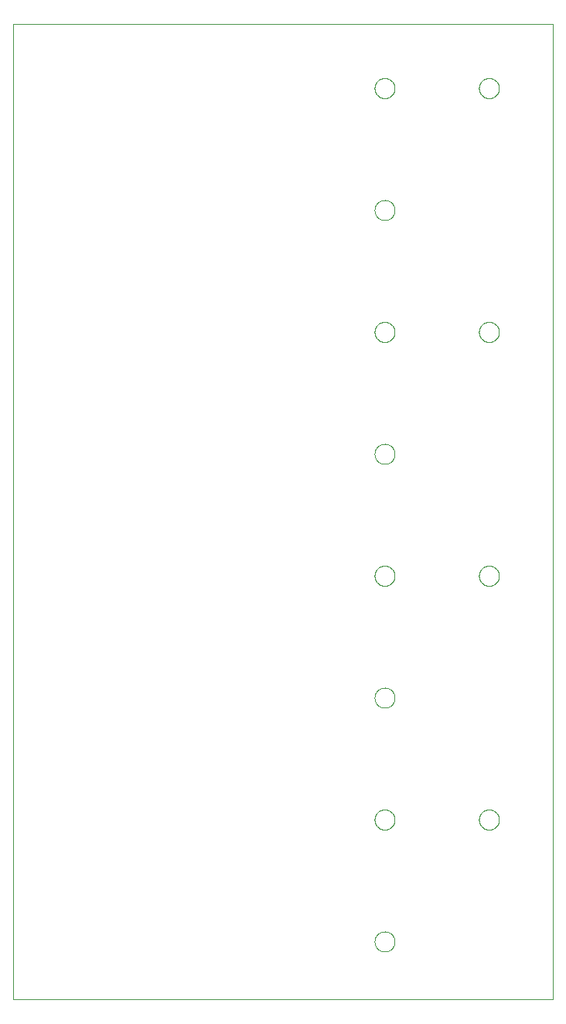
<source format=gbp>
G75*
%MOIN*%
%OFA0B0*%
%FSLAX25Y25*%
%IPPOS*%
%LPD*%
%AMOC8*
5,1,8,0,0,1.08239X$1,22.5*
%
%ADD10C,0.00000*%
D10*
X0001800Y0001800D02*
X0001800Y0421800D01*
X0234300Y0421800D01*
X0234300Y0001800D01*
X0001800Y0001800D01*
X0157469Y0026800D02*
X0157471Y0026931D01*
X0157477Y0027063D01*
X0157487Y0027194D01*
X0157501Y0027325D01*
X0157519Y0027455D01*
X0157541Y0027584D01*
X0157566Y0027713D01*
X0157596Y0027841D01*
X0157630Y0027968D01*
X0157667Y0028095D01*
X0157708Y0028219D01*
X0157753Y0028343D01*
X0157802Y0028465D01*
X0157854Y0028586D01*
X0157910Y0028704D01*
X0157970Y0028822D01*
X0158033Y0028937D01*
X0158100Y0029050D01*
X0158170Y0029162D01*
X0158243Y0029271D01*
X0158319Y0029377D01*
X0158399Y0029482D01*
X0158482Y0029584D01*
X0158568Y0029683D01*
X0158657Y0029780D01*
X0158749Y0029874D01*
X0158844Y0029965D01*
X0158941Y0030054D01*
X0159041Y0030139D01*
X0159144Y0030221D01*
X0159249Y0030300D01*
X0159356Y0030376D01*
X0159466Y0030448D01*
X0159578Y0030517D01*
X0159692Y0030583D01*
X0159807Y0030645D01*
X0159925Y0030704D01*
X0160044Y0030759D01*
X0160165Y0030811D01*
X0160288Y0030858D01*
X0160412Y0030902D01*
X0160537Y0030943D01*
X0160663Y0030979D01*
X0160791Y0031012D01*
X0160919Y0031040D01*
X0161048Y0031065D01*
X0161178Y0031086D01*
X0161308Y0031103D01*
X0161439Y0031116D01*
X0161570Y0031125D01*
X0161701Y0031130D01*
X0161833Y0031131D01*
X0161964Y0031128D01*
X0162096Y0031121D01*
X0162227Y0031110D01*
X0162357Y0031095D01*
X0162487Y0031076D01*
X0162617Y0031053D01*
X0162745Y0031027D01*
X0162873Y0030996D01*
X0163000Y0030961D01*
X0163126Y0030923D01*
X0163250Y0030881D01*
X0163374Y0030835D01*
X0163495Y0030785D01*
X0163615Y0030732D01*
X0163734Y0030675D01*
X0163851Y0030615D01*
X0163965Y0030551D01*
X0164078Y0030483D01*
X0164189Y0030412D01*
X0164298Y0030338D01*
X0164404Y0030261D01*
X0164508Y0030180D01*
X0164609Y0030097D01*
X0164708Y0030010D01*
X0164804Y0029920D01*
X0164897Y0029827D01*
X0164988Y0029732D01*
X0165075Y0029634D01*
X0165160Y0029533D01*
X0165241Y0029430D01*
X0165319Y0029324D01*
X0165394Y0029216D01*
X0165466Y0029106D01*
X0165534Y0028994D01*
X0165599Y0028880D01*
X0165660Y0028763D01*
X0165718Y0028645D01*
X0165772Y0028525D01*
X0165823Y0028404D01*
X0165870Y0028281D01*
X0165913Y0028157D01*
X0165952Y0028032D01*
X0165988Y0027905D01*
X0166019Y0027777D01*
X0166047Y0027649D01*
X0166071Y0027520D01*
X0166091Y0027390D01*
X0166107Y0027259D01*
X0166119Y0027128D01*
X0166127Y0026997D01*
X0166131Y0026866D01*
X0166131Y0026734D01*
X0166127Y0026603D01*
X0166119Y0026472D01*
X0166107Y0026341D01*
X0166091Y0026210D01*
X0166071Y0026080D01*
X0166047Y0025951D01*
X0166019Y0025823D01*
X0165988Y0025695D01*
X0165952Y0025568D01*
X0165913Y0025443D01*
X0165870Y0025319D01*
X0165823Y0025196D01*
X0165772Y0025075D01*
X0165718Y0024955D01*
X0165660Y0024837D01*
X0165599Y0024720D01*
X0165534Y0024606D01*
X0165466Y0024494D01*
X0165394Y0024384D01*
X0165319Y0024276D01*
X0165241Y0024170D01*
X0165160Y0024067D01*
X0165075Y0023966D01*
X0164988Y0023868D01*
X0164897Y0023773D01*
X0164804Y0023680D01*
X0164708Y0023590D01*
X0164609Y0023503D01*
X0164508Y0023420D01*
X0164404Y0023339D01*
X0164298Y0023262D01*
X0164189Y0023188D01*
X0164078Y0023117D01*
X0163966Y0023049D01*
X0163851Y0022985D01*
X0163734Y0022925D01*
X0163615Y0022868D01*
X0163495Y0022815D01*
X0163374Y0022765D01*
X0163250Y0022719D01*
X0163126Y0022677D01*
X0163000Y0022639D01*
X0162873Y0022604D01*
X0162745Y0022573D01*
X0162617Y0022547D01*
X0162487Y0022524D01*
X0162357Y0022505D01*
X0162227Y0022490D01*
X0162096Y0022479D01*
X0161964Y0022472D01*
X0161833Y0022469D01*
X0161701Y0022470D01*
X0161570Y0022475D01*
X0161439Y0022484D01*
X0161308Y0022497D01*
X0161178Y0022514D01*
X0161048Y0022535D01*
X0160919Y0022560D01*
X0160791Y0022588D01*
X0160663Y0022621D01*
X0160537Y0022657D01*
X0160412Y0022698D01*
X0160288Y0022742D01*
X0160165Y0022789D01*
X0160044Y0022841D01*
X0159925Y0022896D01*
X0159807Y0022955D01*
X0159692Y0023017D01*
X0159578Y0023083D01*
X0159466Y0023152D01*
X0159356Y0023224D01*
X0159249Y0023300D01*
X0159144Y0023379D01*
X0159041Y0023461D01*
X0158941Y0023546D01*
X0158844Y0023635D01*
X0158749Y0023726D01*
X0158657Y0023820D01*
X0158568Y0023917D01*
X0158482Y0024016D01*
X0158399Y0024118D01*
X0158319Y0024223D01*
X0158243Y0024329D01*
X0158170Y0024438D01*
X0158100Y0024550D01*
X0158033Y0024663D01*
X0157970Y0024778D01*
X0157910Y0024896D01*
X0157854Y0025014D01*
X0157802Y0025135D01*
X0157753Y0025257D01*
X0157708Y0025381D01*
X0157667Y0025505D01*
X0157630Y0025632D01*
X0157596Y0025759D01*
X0157566Y0025887D01*
X0157541Y0026016D01*
X0157519Y0026145D01*
X0157501Y0026275D01*
X0157487Y0026406D01*
X0157477Y0026537D01*
X0157471Y0026669D01*
X0157469Y0026800D01*
X0157469Y0079300D02*
X0157471Y0079431D01*
X0157477Y0079563D01*
X0157487Y0079694D01*
X0157501Y0079825D01*
X0157519Y0079955D01*
X0157541Y0080084D01*
X0157566Y0080213D01*
X0157596Y0080341D01*
X0157630Y0080468D01*
X0157667Y0080595D01*
X0157708Y0080719D01*
X0157753Y0080843D01*
X0157802Y0080965D01*
X0157854Y0081086D01*
X0157910Y0081204D01*
X0157970Y0081322D01*
X0158033Y0081437D01*
X0158100Y0081550D01*
X0158170Y0081662D01*
X0158243Y0081771D01*
X0158319Y0081877D01*
X0158399Y0081982D01*
X0158482Y0082084D01*
X0158568Y0082183D01*
X0158657Y0082280D01*
X0158749Y0082374D01*
X0158844Y0082465D01*
X0158941Y0082554D01*
X0159041Y0082639D01*
X0159144Y0082721D01*
X0159249Y0082800D01*
X0159356Y0082876D01*
X0159466Y0082948D01*
X0159578Y0083017D01*
X0159692Y0083083D01*
X0159807Y0083145D01*
X0159925Y0083204D01*
X0160044Y0083259D01*
X0160165Y0083311D01*
X0160288Y0083358D01*
X0160412Y0083402D01*
X0160537Y0083443D01*
X0160663Y0083479D01*
X0160791Y0083512D01*
X0160919Y0083540D01*
X0161048Y0083565D01*
X0161178Y0083586D01*
X0161308Y0083603D01*
X0161439Y0083616D01*
X0161570Y0083625D01*
X0161701Y0083630D01*
X0161833Y0083631D01*
X0161964Y0083628D01*
X0162096Y0083621D01*
X0162227Y0083610D01*
X0162357Y0083595D01*
X0162487Y0083576D01*
X0162617Y0083553D01*
X0162745Y0083527D01*
X0162873Y0083496D01*
X0163000Y0083461D01*
X0163126Y0083423D01*
X0163250Y0083381D01*
X0163374Y0083335D01*
X0163495Y0083285D01*
X0163615Y0083232D01*
X0163734Y0083175D01*
X0163851Y0083115D01*
X0163965Y0083051D01*
X0164078Y0082983D01*
X0164189Y0082912D01*
X0164298Y0082838D01*
X0164404Y0082761D01*
X0164508Y0082680D01*
X0164609Y0082597D01*
X0164708Y0082510D01*
X0164804Y0082420D01*
X0164897Y0082327D01*
X0164988Y0082232D01*
X0165075Y0082134D01*
X0165160Y0082033D01*
X0165241Y0081930D01*
X0165319Y0081824D01*
X0165394Y0081716D01*
X0165466Y0081606D01*
X0165534Y0081494D01*
X0165599Y0081380D01*
X0165660Y0081263D01*
X0165718Y0081145D01*
X0165772Y0081025D01*
X0165823Y0080904D01*
X0165870Y0080781D01*
X0165913Y0080657D01*
X0165952Y0080532D01*
X0165988Y0080405D01*
X0166019Y0080277D01*
X0166047Y0080149D01*
X0166071Y0080020D01*
X0166091Y0079890D01*
X0166107Y0079759D01*
X0166119Y0079628D01*
X0166127Y0079497D01*
X0166131Y0079366D01*
X0166131Y0079234D01*
X0166127Y0079103D01*
X0166119Y0078972D01*
X0166107Y0078841D01*
X0166091Y0078710D01*
X0166071Y0078580D01*
X0166047Y0078451D01*
X0166019Y0078323D01*
X0165988Y0078195D01*
X0165952Y0078068D01*
X0165913Y0077943D01*
X0165870Y0077819D01*
X0165823Y0077696D01*
X0165772Y0077575D01*
X0165718Y0077455D01*
X0165660Y0077337D01*
X0165599Y0077220D01*
X0165534Y0077106D01*
X0165466Y0076994D01*
X0165394Y0076884D01*
X0165319Y0076776D01*
X0165241Y0076670D01*
X0165160Y0076567D01*
X0165075Y0076466D01*
X0164988Y0076368D01*
X0164897Y0076273D01*
X0164804Y0076180D01*
X0164708Y0076090D01*
X0164609Y0076003D01*
X0164508Y0075920D01*
X0164404Y0075839D01*
X0164298Y0075762D01*
X0164189Y0075688D01*
X0164078Y0075617D01*
X0163966Y0075549D01*
X0163851Y0075485D01*
X0163734Y0075425D01*
X0163615Y0075368D01*
X0163495Y0075315D01*
X0163374Y0075265D01*
X0163250Y0075219D01*
X0163126Y0075177D01*
X0163000Y0075139D01*
X0162873Y0075104D01*
X0162745Y0075073D01*
X0162617Y0075047D01*
X0162487Y0075024D01*
X0162357Y0075005D01*
X0162227Y0074990D01*
X0162096Y0074979D01*
X0161964Y0074972D01*
X0161833Y0074969D01*
X0161701Y0074970D01*
X0161570Y0074975D01*
X0161439Y0074984D01*
X0161308Y0074997D01*
X0161178Y0075014D01*
X0161048Y0075035D01*
X0160919Y0075060D01*
X0160791Y0075088D01*
X0160663Y0075121D01*
X0160537Y0075157D01*
X0160412Y0075198D01*
X0160288Y0075242D01*
X0160165Y0075289D01*
X0160044Y0075341D01*
X0159925Y0075396D01*
X0159807Y0075455D01*
X0159692Y0075517D01*
X0159578Y0075583D01*
X0159466Y0075652D01*
X0159356Y0075724D01*
X0159249Y0075800D01*
X0159144Y0075879D01*
X0159041Y0075961D01*
X0158941Y0076046D01*
X0158844Y0076135D01*
X0158749Y0076226D01*
X0158657Y0076320D01*
X0158568Y0076417D01*
X0158482Y0076516D01*
X0158399Y0076618D01*
X0158319Y0076723D01*
X0158243Y0076829D01*
X0158170Y0076938D01*
X0158100Y0077050D01*
X0158033Y0077163D01*
X0157970Y0077278D01*
X0157910Y0077396D01*
X0157854Y0077514D01*
X0157802Y0077635D01*
X0157753Y0077757D01*
X0157708Y0077881D01*
X0157667Y0078005D01*
X0157630Y0078132D01*
X0157596Y0078259D01*
X0157566Y0078387D01*
X0157541Y0078516D01*
X0157519Y0078645D01*
X0157501Y0078775D01*
X0157487Y0078906D01*
X0157477Y0079037D01*
X0157471Y0079169D01*
X0157469Y0079300D01*
X0157469Y0131800D02*
X0157471Y0131931D01*
X0157477Y0132063D01*
X0157487Y0132194D01*
X0157501Y0132325D01*
X0157519Y0132455D01*
X0157541Y0132584D01*
X0157566Y0132713D01*
X0157596Y0132841D01*
X0157630Y0132968D01*
X0157667Y0133095D01*
X0157708Y0133219D01*
X0157753Y0133343D01*
X0157802Y0133465D01*
X0157854Y0133586D01*
X0157910Y0133704D01*
X0157970Y0133822D01*
X0158033Y0133937D01*
X0158100Y0134050D01*
X0158170Y0134162D01*
X0158243Y0134271D01*
X0158319Y0134377D01*
X0158399Y0134482D01*
X0158482Y0134584D01*
X0158568Y0134683D01*
X0158657Y0134780D01*
X0158749Y0134874D01*
X0158844Y0134965D01*
X0158941Y0135054D01*
X0159041Y0135139D01*
X0159144Y0135221D01*
X0159249Y0135300D01*
X0159356Y0135376D01*
X0159466Y0135448D01*
X0159578Y0135517D01*
X0159692Y0135583D01*
X0159807Y0135645D01*
X0159925Y0135704D01*
X0160044Y0135759D01*
X0160165Y0135811D01*
X0160288Y0135858D01*
X0160412Y0135902D01*
X0160537Y0135943D01*
X0160663Y0135979D01*
X0160791Y0136012D01*
X0160919Y0136040D01*
X0161048Y0136065D01*
X0161178Y0136086D01*
X0161308Y0136103D01*
X0161439Y0136116D01*
X0161570Y0136125D01*
X0161701Y0136130D01*
X0161833Y0136131D01*
X0161964Y0136128D01*
X0162096Y0136121D01*
X0162227Y0136110D01*
X0162357Y0136095D01*
X0162487Y0136076D01*
X0162617Y0136053D01*
X0162745Y0136027D01*
X0162873Y0135996D01*
X0163000Y0135961D01*
X0163126Y0135923D01*
X0163250Y0135881D01*
X0163374Y0135835D01*
X0163495Y0135785D01*
X0163615Y0135732D01*
X0163734Y0135675D01*
X0163851Y0135615D01*
X0163965Y0135551D01*
X0164078Y0135483D01*
X0164189Y0135412D01*
X0164298Y0135338D01*
X0164404Y0135261D01*
X0164508Y0135180D01*
X0164609Y0135097D01*
X0164708Y0135010D01*
X0164804Y0134920D01*
X0164897Y0134827D01*
X0164988Y0134732D01*
X0165075Y0134634D01*
X0165160Y0134533D01*
X0165241Y0134430D01*
X0165319Y0134324D01*
X0165394Y0134216D01*
X0165466Y0134106D01*
X0165534Y0133994D01*
X0165599Y0133880D01*
X0165660Y0133763D01*
X0165718Y0133645D01*
X0165772Y0133525D01*
X0165823Y0133404D01*
X0165870Y0133281D01*
X0165913Y0133157D01*
X0165952Y0133032D01*
X0165988Y0132905D01*
X0166019Y0132777D01*
X0166047Y0132649D01*
X0166071Y0132520D01*
X0166091Y0132390D01*
X0166107Y0132259D01*
X0166119Y0132128D01*
X0166127Y0131997D01*
X0166131Y0131866D01*
X0166131Y0131734D01*
X0166127Y0131603D01*
X0166119Y0131472D01*
X0166107Y0131341D01*
X0166091Y0131210D01*
X0166071Y0131080D01*
X0166047Y0130951D01*
X0166019Y0130823D01*
X0165988Y0130695D01*
X0165952Y0130568D01*
X0165913Y0130443D01*
X0165870Y0130319D01*
X0165823Y0130196D01*
X0165772Y0130075D01*
X0165718Y0129955D01*
X0165660Y0129837D01*
X0165599Y0129720D01*
X0165534Y0129606D01*
X0165466Y0129494D01*
X0165394Y0129384D01*
X0165319Y0129276D01*
X0165241Y0129170D01*
X0165160Y0129067D01*
X0165075Y0128966D01*
X0164988Y0128868D01*
X0164897Y0128773D01*
X0164804Y0128680D01*
X0164708Y0128590D01*
X0164609Y0128503D01*
X0164508Y0128420D01*
X0164404Y0128339D01*
X0164298Y0128262D01*
X0164189Y0128188D01*
X0164078Y0128117D01*
X0163966Y0128049D01*
X0163851Y0127985D01*
X0163734Y0127925D01*
X0163615Y0127868D01*
X0163495Y0127815D01*
X0163374Y0127765D01*
X0163250Y0127719D01*
X0163126Y0127677D01*
X0163000Y0127639D01*
X0162873Y0127604D01*
X0162745Y0127573D01*
X0162617Y0127547D01*
X0162487Y0127524D01*
X0162357Y0127505D01*
X0162227Y0127490D01*
X0162096Y0127479D01*
X0161964Y0127472D01*
X0161833Y0127469D01*
X0161701Y0127470D01*
X0161570Y0127475D01*
X0161439Y0127484D01*
X0161308Y0127497D01*
X0161178Y0127514D01*
X0161048Y0127535D01*
X0160919Y0127560D01*
X0160791Y0127588D01*
X0160663Y0127621D01*
X0160537Y0127657D01*
X0160412Y0127698D01*
X0160288Y0127742D01*
X0160165Y0127789D01*
X0160044Y0127841D01*
X0159925Y0127896D01*
X0159807Y0127955D01*
X0159692Y0128017D01*
X0159578Y0128083D01*
X0159466Y0128152D01*
X0159356Y0128224D01*
X0159249Y0128300D01*
X0159144Y0128379D01*
X0159041Y0128461D01*
X0158941Y0128546D01*
X0158844Y0128635D01*
X0158749Y0128726D01*
X0158657Y0128820D01*
X0158568Y0128917D01*
X0158482Y0129016D01*
X0158399Y0129118D01*
X0158319Y0129223D01*
X0158243Y0129329D01*
X0158170Y0129438D01*
X0158100Y0129550D01*
X0158033Y0129663D01*
X0157970Y0129778D01*
X0157910Y0129896D01*
X0157854Y0130014D01*
X0157802Y0130135D01*
X0157753Y0130257D01*
X0157708Y0130381D01*
X0157667Y0130505D01*
X0157630Y0130632D01*
X0157596Y0130759D01*
X0157566Y0130887D01*
X0157541Y0131016D01*
X0157519Y0131145D01*
X0157501Y0131275D01*
X0157487Y0131406D01*
X0157477Y0131537D01*
X0157471Y0131669D01*
X0157469Y0131800D01*
X0157469Y0184300D02*
X0157471Y0184431D01*
X0157477Y0184563D01*
X0157487Y0184694D01*
X0157501Y0184825D01*
X0157519Y0184955D01*
X0157541Y0185084D01*
X0157566Y0185213D01*
X0157596Y0185341D01*
X0157630Y0185468D01*
X0157667Y0185595D01*
X0157708Y0185719D01*
X0157753Y0185843D01*
X0157802Y0185965D01*
X0157854Y0186086D01*
X0157910Y0186204D01*
X0157970Y0186322D01*
X0158033Y0186437D01*
X0158100Y0186550D01*
X0158170Y0186662D01*
X0158243Y0186771D01*
X0158319Y0186877D01*
X0158399Y0186982D01*
X0158482Y0187084D01*
X0158568Y0187183D01*
X0158657Y0187280D01*
X0158749Y0187374D01*
X0158844Y0187465D01*
X0158941Y0187554D01*
X0159041Y0187639D01*
X0159144Y0187721D01*
X0159249Y0187800D01*
X0159356Y0187876D01*
X0159466Y0187948D01*
X0159578Y0188017D01*
X0159692Y0188083D01*
X0159807Y0188145D01*
X0159925Y0188204D01*
X0160044Y0188259D01*
X0160165Y0188311D01*
X0160288Y0188358D01*
X0160412Y0188402D01*
X0160537Y0188443D01*
X0160663Y0188479D01*
X0160791Y0188512D01*
X0160919Y0188540D01*
X0161048Y0188565D01*
X0161178Y0188586D01*
X0161308Y0188603D01*
X0161439Y0188616D01*
X0161570Y0188625D01*
X0161701Y0188630D01*
X0161833Y0188631D01*
X0161964Y0188628D01*
X0162096Y0188621D01*
X0162227Y0188610D01*
X0162357Y0188595D01*
X0162487Y0188576D01*
X0162617Y0188553D01*
X0162745Y0188527D01*
X0162873Y0188496D01*
X0163000Y0188461D01*
X0163126Y0188423D01*
X0163250Y0188381D01*
X0163374Y0188335D01*
X0163495Y0188285D01*
X0163615Y0188232D01*
X0163734Y0188175D01*
X0163851Y0188115D01*
X0163965Y0188051D01*
X0164078Y0187983D01*
X0164189Y0187912D01*
X0164298Y0187838D01*
X0164404Y0187761D01*
X0164508Y0187680D01*
X0164609Y0187597D01*
X0164708Y0187510D01*
X0164804Y0187420D01*
X0164897Y0187327D01*
X0164988Y0187232D01*
X0165075Y0187134D01*
X0165160Y0187033D01*
X0165241Y0186930D01*
X0165319Y0186824D01*
X0165394Y0186716D01*
X0165466Y0186606D01*
X0165534Y0186494D01*
X0165599Y0186380D01*
X0165660Y0186263D01*
X0165718Y0186145D01*
X0165772Y0186025D01*
X0165823Y0185904D01*
X0165870Y0185781D01*
X0165913Y0185657D01*
X0165952Y0185532D01*
X0165988Y0185405D01*
X0166019Y0185277D01*
X0166047Y0185149D01*
X0166071Y0185020D01*
X0166091Y0184890D01*
X0166107Y0184759D01*
X0166119Y0184628D01*
X0166127Y0184497D01*
X0166131Y0184366D01*
X0166131Y0184234D01*
X0166127Y0184103D01*
X0166119Y0183972D01*
X0166107Y0183841D01*
X0166091Y0183710D01*
X0166071Y0183580D01*
X0166047Y0183451D01*
X0166019Y0183323D01*
X0165988Y0183195D01*
X0165952Y0183068D01*
X0165913Y0182943D01*
X0165870Y0182819D01*
X0165823Y0182696D01*
X0165772Y0182575D01*
X0165718Y0182455D01*
X0165660Y0182337D01*
X0165599Y0182220D01*
X0165534Y0182106D01*
X0165466Y0181994D01*
X0165394Y0181884D01*
X0165319Y0181776D01*
X0165241Y0181670D01*
X0165160Y0181567D01*
X0165075Y0181466D01*
X0164988Y0181368D01*
X0164897Y0181273D01*
X0164804Y0181180D01*
X0164708Y0181090D01*
X0164609Y0181003D01*
X0164508Y0180920D01*
X0164404Y0180839D01*
X0164298Y0180762D01*
X0164189Y0180688D01*
X0164078Y0180617D01*
X0163966Y0180549D01*
X0163851Y0180485D01*
X0163734Y0180425D01*
X0163615Y0180368D01*
X0163495Y0180315D01*
X0163374Y0180265D01*
X0163250Y0180219D01*
X0163126Y0180177D01*
X0163000Y0180139D01*
X0162873Y0180104D01*
X0162745Y0180073D01*
X0162617Y0180047D01*
X0162487Y0180024D01*
X0162357Y0180005D01*
X0162227Y0179990D01*
X0162096Y0179979D01*
X0161964Y0179972D01*
X0161833Y0179969D01*
X0161701Y0179970D01*
X0161570Y0179975D01*
X0161439Y0179984D01*
X0161308Y0179997D01*
X0161178Y0180014D01*
X0161048Y0180035D01*
X0160919Y0180060D01*
X0160791Y0180088D01*
X0160663Y0180121D01*
X0160537Y0180157D01*
X0160412Y0180198D01*
X0160288Y0180242D01*
X0160165Y0180289D01*
X0160044Y0180341D01*
X0159925Y0180396D01*
X0159807Y0180455D01*
X0159692Y0180517D01*
X0159578Y0180583D01*
X0159466Y0180652D01*
X0159356Y0180724D01*
X0159249Y0180800D01*
X0159144Y0180879D01*
X0159041Y0180961D01*
X0158941Y0181046D01*
X0158844Y0181135D01*
X0158749Y0181226D01*
X0158657Y0181320D01*
X0158568Y0181417D01*
X0158482Y0181516D01*
X0158399Y0181618D01*
X0158319Y0181723D01*
X0158243Y0181829D01*
X0158170Y0181938D01*
X0158100Y0182050D01*
X0158033Y0182163D01*
X0157970Y0182278D01*
X0157910Y0182396D01*
X0157854Y0182514D01*
X0157802Y0182635D01*
X0157753Y0182757D01*
X0157708Y0182881D01*
X0157667Y0183005D01*
X0157630Y0183132D01*
X0157596Y0183259D01*
X0157566Y0183387D01*
X0157541Y0183516D01*
X0157519Y0183645D01*
X0157501Y0183775D01*
X0157487Y0183906D01*
X0157477Y0184037D01*
X0157471Y0184169D01*
X0157469Y0184300D01*
X0157469Y0236800D02*
X0157471Y0236931D01*
X0157477Y0237063D01*
X0157487Y0237194D01*
X0157501Y0237325D01*
X0157519Y0237455D01*
X0157541Y0237584D01*
X0157566Y0237713D01*
X0157596Y0237841D01*
X0157630Y0237968D01*
X0157667Y0238095D01*
X0157708Y0238219D01*
X0157753Y0238343D01*
X0157802Y0238465D01*
X0157854Y0238586D01*
X0157910Y0238704D01*
X0157970Y0238822D01*
X0158033Y0238937D01*
X0158100Y0239050D01*
X0158170Y0239162D01*
X0158243Y0239271D01*
X0158319Y0239377D01*
X0158399Y0239482D01*
X0158482Y0239584D01*
X0158568Y0239683D01*
X0158657Y0239780D01*
X0158749Y0239874D01*
X0158844Y0239965D01*
X0158941Y0240054D01*
X0159041Y0240139D01*
X0159144Y0240221D01*
X0159249Y0240300D01*
X0159356Y0240376D01*
X0159466Y0240448D01*
X0159578Y0240517D01*
X0159692Y0240583D01*
X0159807Y0240645D01*
X0159925Y0240704D01*
X0160044Y0240759D01*
X0160165Y0240811D01*
X0160288Y0240858D01*
X0160412Y0240902D01*
X0160537Y0240943D01*
X0160663Y0240979D01*
X0160791Y0241012D01*
X0160919Y0241040D01*
X0161048Y0241065D01*
X0161178Y0241086D01*
X0161308Y0241103D01*
X0161439Y0241116D01*
X0161570Y0241125D01*
X0161701Y0241130D01*
X0161833Y0241131D01*
X0161964Y0241128D01*
X0162096Y0241121D01*
X0162227Y0241110D01*
X0162357Y0241095D01*
X0162487Y0241076D01*
X0162617Y0241053D01*
X0162745Y0241027D01*
X0162873Y0240996D01*
X0163000Y0240961D01*
X0163126Y0240923D01*
X0163250Y0240881D01*
X0163374Y0240835D01*
X0163495Y0240785D01*
X0163615Y0240732D01*
X0163734Y0240675D01*
X0163851Y0240615D01*
X0163965Y0240551D01*
X0164078Y0240483D01*
X0164189Y0240412D01*
X0164298Y0240338D01*
X0164404Y0240261D01*
X0164508Y0240180D01*
X0164609Y0240097D01*
X0164708Y0240010D01*
X0164804Y0239920D01*
X0164897Y0239827D01*
X0164988Y0239732D01*
X0165075Y0239634D01*
X0165160Y0239533D01*
X0165241Y0239430D01*
X0165319Y0239324D01*
X0165394Y0239216D01*
X0165466Y0239106D01*
X0165534Y0238994D01*
X0165599Y0238880D01*
X0165660Y0238763D01*
X0165718Y0238645D01*
X0165772Y0238525D01*
X0165823Y0238404D01*
X0165870Y0238281D01*
X0165913Y0238157D01*
X0165952Y0238032D01*
X0165988Y0237905D01*
X0166019Y0237777D01*
X0166047Y0237649D01*
X0166071Y0237520D01*
X0166091Y0237390D01*
X0166107Y0237259D01*
X0166119Y0237128D01*
X0166127Y0236997D01*
X0166131Y0236866D01*
X0166131Y0236734D01*
X0166127Y0236603D01*
X0166119Y0236472D01*
X0166107Y0236341D01*
X0166091Y0236210D01*
X0166071Y0236080D01*
X0166047Y0235951D01*
X0166019Y0235823D01*
X0165988Y0235695D01*
X0165952Y0235568D01*
X0165913Y0235443D01*
X0165870Y0235319D01*
X0165823Y0235196D01*
X0165772Y0235075D01*
X0165718Y0234955D01*
X0165660Y0234837D01*
X0165599Y0234720D01*
X0165534Y0234606D01*
X0165466Y0234494D01*
X0165394Y0234384D01*
X0165319Y0234276D01*
X0165241Y0234170D01*
X0165160Y0234067D01*
X0165075Y0233966D01*
X0164988Y0233868D01*
X0164897Y0233773D01*
X0164804Y0233680D01*
X0164708Y0233590D01*
X0164609Y0233503D01*
X0164508Y0233420D01*
X0164404Y0233339D01*
X0164298Y0233262D01*
X0164189Y0233188D01*
X0164078Y0233117D01*
X0163966Y0233049D01*
X0163851Y0232985D01*
X0163734Y0232925D01*
X0163615Y0232868D01*
X0163495Y0232815D01*
X0163374Y0232765D01*
X0163250Y0232719D01*
X0163126Y0232677D01*
X0163000Y0232639D01*
X0162873Y0232604D01*
X0162745Y0232573D01*
X0162617Y0232547D01*
X0162487Y0232524D01*
X0162357Y0232505D01*
X0162227Y0232490D01*
X0162096Y0232479D01*
X0161964Y0232472D01*
X0161833Y0232469D01*
X0161701Y0232470D01*
X0161570Y0232475D01*
X0161439Y0232484D01*
X0161308Y0232497D01*
X0161178Y0232514D01*
X0161048Y0232535D01*
X0160919Y0232560D01*
X0160791Y0232588D01*
X0160663Y0232621D01*
X0160537Y0232657D01*
X0160412Y0232698D01*
X0160288Y0232742D01*
X0160165Y0232789D01*
X0160044Y0232841D01*
X0159925Y0232896D01*
X0159807Y0232955D01*
X0159692Y0233017D01*
X0159578Y0233083D01*
X0159466Y0233152D01*
X0159356Y0233224D01*
X0159249Y0233300D01*
X0159144Y0233379D01*
X0159041Y0233461D01*
X0158941Y0233546D01*
X0158844Y0233635D01*
X0158749Y0233726D01*
X0158657Y0233820D01*
X0158568Y0233917D01*
X0158482Y0234016D01*
X0158399Y0234118D01*
X0158319Y0234223D01*
X0158243Y0234329D01*
X0158170Y0234438D01*
X0158100Y0234550D01*
X0158033Y0234663D01*
X0157970Y0234778D01*
X0157910Y0234896D01*
X0157854Y0235014D01*
X0157802Y0235135D01*
X0157753Y0235257D01*
X0157708Y0235381D01*
X0157667Y0235505D01*
X0157630Y0235632D01*
X0157596Y0235759D01*
X0157566Y0235887D01*
X0157541Y0236016D01*
X0157519Y0236145D01*
X0157501Y0236275D01*
X0157487Y0236406D01*
X0157477Y0236537D01*
X0157471Y0236669D01*
X0157469Y0236800D01*
X0157469Y0289300D02*
X0157471Y0289431D01*
X0157477Y0289563D01*
X0157487Y0289694D01*
X0157501Y0289825D01*
X0157519Y0289955D01*
X0157541Y0290084D01*
X0157566Y0290213D01*
X0157596Y0290341D01*
X0157630Y0290468D01*
X0157667Y0290595D01*
X0157708Y0290719D01*
X0157753Y0290843D01*
X0157802Y0290965D01*
X0157854Y0291086D01*
X0157910Y0291204D01*
X0157970Y0291322D01*
X0158033Y0291437D01*
X0158100Y0291550D01*
X0158170Y0291662D01*
X0158243Y0291771D01*
X0158319Y0291877D01*
X0158399Y0291982D01*
X0158482Y0292084D01*
X0158568Y0292183D01*
X0158657Y0292280D01*
X0158749Y0292374D01*
X0158844Y0292465D01*
X0158941Y0292554D01*
X0159041Y0292639D01*
X0159144Y0292721D01*
X0159249Y0292800D01*
X0159356Y0292876D01*
X0159466Y0292948D01*
X0159578Y0293017D01*
X0159692Y0293083D01*
X0159807Y0293145D01*
X0159925Y0293204D01*
X0160044Y0293259D01*
X0160165Y0293311D01*
X0160288Y0293358D01*
X0160412Y0293402D01*
X0160537Y0293443D01*
X0160663Y0293479D01*
X0160791Y0293512D01*
X0160919Y0293540D01*
X0161048Y0293565D01*
X0161178Y0293586D01*
X0161308Y0293603D01*
X0161439Y0293616D01*
X0161570Y0293625D01*
X0161701Y0293630D01*
X0161833Y0293631D01*
X0161964Y0293628D01*
X0162096Y0293621D01*
X0162227Y0293610D01*
X0162357Y0293595D01*
X0162487Y0293576D01*
X0162617Y0293553D01*
X0162745Y0293527D01*
X0162873Y0293496D01*
X0163000Y0293461D01*
X0163126Y0293423D01*
X0163250Y0293381D01*
X0163374Y0293335D01*
X0163495Y0293285D01*
X0163615Y0293232D01*
X0163734Y0293175D01*
X0163851Y0293115D01*
X0163965Y0293051D01*
X0164078Y0292983D01*
X0164189Y0292912D01*
X0164298Y0292838D01*
X0164404Y0292761D01*
X0164508Y0292680D01*
X0164609Y0292597D01*
X0164708Y0292510D01*
X0164804Y0292420D01*
X0164897Y0292327D01*
X0164988Y0292232D01*
X0165075Y0292134D01*
X0165160Y0292033D01*
X0165241Y0291930D01*
X0165319Y0291824D01*
X0165394Y0291716D01*
X0165466Y0291606D01*
X0165534Y0291494D01*
X0165599Y0291380D01*
X0165660Y0291263D01*
X0165718Y0291145D01*
X0165772Y0291025D01*
X0165823Y0290904D01*
X0165870Y0290781D01*
X0165913Y0290657D01*
X0165952Y0290532D01*
X0165988Y0290405D01*
X0166019Y0290277D01*
X0166047Y0290149D01*
X0166071Y0290020D01*
X0166091Y0289890D01*
X0166107Y0289759D01*
X0166119Y0289628D01*
X0166127Y0289497D01*
X0166131Y0289366D01*
X0166131Y0289234D01*
X0166127Y0289103D01*
X0166119Y0288972D01*
X0166107Y0288841D01*
X0166091Y0288710D01*
X0166071Y0288580D01*
X0166047Y0288451D01*
X0166019Y0288323D01*
X0165988Y0288195D01*
X0165952Y0288068D01*
X0165913Y0287943D01*
X0165870Y0287819D01*
X0165823Y0287696D01*
X0165772Y0287575D01*
X0165718Y0287455D01*
X0165660Y0287337D01*
X0165599Y0287220D01*
X0165534Y0287106D01*
X0165466Y0286994D01*
X0165394Y0286884D01*
X0165319Y0286776D01*
X0165241Y0286670D01*
X0165160Y0286567D01*
X0165075Y0286466D01*
X0164988Y0286368D01*
X0164897Y0286273D01*
X0164804Y0286180D01*
X0164708Y0286090D01*
X0164609Y0286003D01*
X0164508Y0285920D01*
X0164404Y0285839D01*
X0164298Y0285762D01*
X0164189Y0285688D01*
X0164078Y0285617D01*
X0163966Y0285549D01*
X0163851Y0285485D01*
X0163734Y0285425D01*
X0163615Y0285368D01*
X0163495Y0285315D01*
X0163374Y0285265D01*
X0163250Y0285219D01*
X0163126Y0285177D01*
X0163000Y0285139D01*
X0162873Y0285104D01*
X0162745Y0285073D01*
X0162617Y0285047D01*
X0162487Y0285024D01*
X0162357Y0285005D01*
X0162227Y0284990D01*
X0162096Y0284979D01*
X0161964Y0284972D01*
X0161833Y0284969D01*
X0161701Y0284970D01*
X0161570Y0284975D01*
X0161439Y0284984D01*
X0161308Y0284997D01*
X0161178Y0285014D01*
X0161048Y0285035D01*
X0160919Y0285060D01*
X0160791Y0285088D01*
X0160663Y0285121D01*
X0160537Y0285157D01*
X0160412Y0285198D01*
X0160288Y0285242D01*
X0160165Y0285289D01*
X0160044Y0285341D01*
X0159925Y0285396D01*
X0159807Y0285455D01*
X0159692Y0285517D01*
X0159578Y0285583D01*
X0159466Y0285652D01*
X0159356Y0285724D01*
X0159249Y0285800D01*
X0159144Y0285879D01*
X0159041Y0285961D01*
X0158941Y0286046D01*
X0158844Y0286135D01*
X0158749Y0286226D01*
X0158657Y0286320D01*
X0158568Y0286417D01*
X0158482Y0286516D01*
X0158399Y0286618D01*
X0158319Y0286723D01*
X0158243Y0286829D01*
X0158170Y0286938D01*
X0158100Y0287050D01*
X0158033Y0287163D01*
X0157970Y0287278D01*
X0157910Y0287396D01*
X0157854Y0287514D01*
X0157802Y0287635D01*
X0157753Y0287757D01*
X0157708Y0287881D01*
X0157667Y0288005D01*
X0157630Y0288132D01*
X0157596Y0288259D01*
X0157566Y0288387D01*
X0157541Y0288516D01*
X0157519Y0288645D01*
X0157501Y0288775D01*
X0157487Y0288906D01*
X0157477Y0289037D01*
X0157471Y0289169D01*
X0157469Y0289300D01*
X0157469Y0341800D02*
X0157471Y0341931D01*
X0157477Y0342063D01*
X0157487Y0342194D01*
X0157501Y0342325D01*
X0157519Y0342455D01*
X0157541Y0342584D01*
X0157566Y0342713D01*
X0157596Y0342841D01*
X0157630Y0342968D01*
X0157667Y0343095D01*
X0157708Y0343219D01*
X0157753Y0343343D01*
X0157802Y0343465D01*
X0157854Y0343586D01*
X0157910Y0343704D01*
X0157970Y0343822D01*
X0158033Y0343937D01*
X0158100Y0344050D01*
X0158170Y0344162D01*
X0158243Y0344271D01*
X0158319Y0344377D01*
X0158399Y0344482D01*
X0158482Y0344584D01*
X0158568Y0344683D01*
X0158657Y0344780D01*
X0158749Y0344874D01*
X0158844Y0344965D01*
X0158941Y0345054D01*
X0159041Y0345139D01*
X0159144Y0345221D01*
X0159249Y0345300D01*
X0159356Y0345376D01*
X0159466Y0345448D01*
X0159578Y0345517D01*
X0159692Y0345583D01*
X0159807Y0345645D01*
X0159925Y0345704D01*
X0160044Y0345759D01*
X0160165Y0345811D01*
X0160288Y0345858D01*
X0160412Y0345902D01*
X0160537Y0345943D01*
X0160663Y0345979D01*
X0160791Y0346012D01*
X0160919Y0346040D01*
X0161048Y0346065D01*
X0161178Y0346086D01*
X0161308Y0346103D01*
X0161439Y0346116D01*
X0161570Y0346125D01*
X0161701Y0346130D01*
X0161833Y0346131D01*
X0161964Y0346128D01*
X0162096Y0346121D01*
X0162227Y0346110D01*
X0162357Y0346095D01*
X0162487Y0346076D01*
X0162617Y0346053D01*
X0162745Y0346027D01*
X0162873Y0345996D01*
X0163000Y0345961D01*
X0163126Y0345923D01*
X0163250Y0345881D01*
X0163374Y0345835D01*
X0163495Y0345785D01*
X0163615Y0345732D01*
X0163734Y0345675D01*
X0163851Y0345615D01*
X0163965Y0345551D01*
X0164078Y0345483D01*
X0164189Y0345412D01*
X0164298Y0345338D01*
X0164404Y0345261D01*
X0164508Y0345180D01*
X0164609Y0345097D01*
X0164708Y0345010D01*
X0164804Y0344920D01*
X0164897Y0344827D01*
X0164988Y0344732D01*
X0165075Y0344634D01*
X0165160Y0344533D01*
X0165241Y0344430D01*
X0165319Y0344324D01*
X0165394Y0344216D01*
X0165466Y0344106D01*
X0165534Y0343994D01*
X0165599Y0343880D01*
X0165660Y0343763D01*
X0165718Y0343645D01*
X0165772Y0343525D01*
X0165823Y0343404D01*
X0165870Y0343281D01*
X0165913Y0343157D01*
X0165952Y0343032D01*
X0165988Y0342905D01*
X0166019Y0342777D01*
X0166047Y0342649D01*
X0166071Y0342520D01*
X0166091Y0342390D01*
X0166107Y0342259D01*
X0166119Y0342128D01*
X0166127Y0341997D01*
X0166131Y0341866D01*
X0166131Y0341734D01*
X0166127Y0341603D01*
X0166119Y0341472D01*
X0166107Y0341341D01*
X0166091Y0341210D01*
X0166071Y0341080D01*
X0166047Y0340951D01*
X0166019Y0340823D01*
X0165988Y0340695D01*
X0165952Y0340568D01*
X0165913Y0340443D01*
X0165870Y0340319D01*
X0165823Y0340196D01*
X0165772Y0340075D01*
X0165718Y0339955D01*
X0165660Y0339837D01*
X0165599Y0339720D01*
X0165534Y0339606D01*
X0165466Y0339494D01*
X0165394Y0339384D01*
X0165319Y0339276D01*
X0165241Y0339170D01*
X0165160Y0339067D01*
X0165075Y0338966D01*
X0164988Y0338868D01*
X0164897Y0338773D01*
X0164804Y0338680D01*
X0164708Y0338590D01*
X0164609Y0338503D01*
X0164508Y0338420D01*
X0164404Y0338339D01*
X0164298Y0338262D01*
X0164189Y0338188D01*
X0164078Y0338117D01*
X0163966Y0338049D01*
X0163851Y0337985D01*
X0163734Y0337925D01*
X0163615Y0337868D01*
X0163495Y0337815D01*
X0163374Y0337765D01*
X0163250Y0337719D01*
X0163126Y0337677D01*
X0163000Y0337639D01*
X0162873Y0337604D01*
X0162745Y0337573D01*
X0162617Y0337547D01*
X0162487Y0337524D01*
X0162357Y0337505D01*
X0162227Y0337490D01*
X0162096Y0337479D01*
X0161964Y0337472D01*
X0161833Y0337469D01*
X0161701Y0337470D01*
X0161570Y0337475D01*
X0161439Y0337484D01*
X0161308Y0337497D01*
X0161178Y0337514D01*
X0161048Y0337535D01*
X0160919Y0337560D01*
X0160791Y0337588D01*
X0160663Y0337621D01*
X0160537Y0337657D01*
X0160412Y0337698D01*
X0160288Y0337742D01*
X0160165Y0337789D01*
X0160044Y0337841D01*
X0159925Y0337896D01*
X0159807Y0337955D01*
X0159692Y0338017D01*
X0159578Y0338083D01*
X0159466Y0338152D01*
X0159356Y0338224D01*
X0159249Y0338300D01*
X0159144Y0338379D01*
X0159041Y0338461D01*
X0158941Y0338546D01*
X0158844Y0338635D01*
X0158749Y0338726D01*
X0158657Y0338820D01*
X0158568Y0338917D01*
X0158482Y0339016D01*
X0158399Y0339118D01*
X0158319Y0339223D01*
X0158243Y0339329D01*
X0158170Y0339438D01*
X0158100Y0339550D01*
X0158033Y0339663D01*
X0157970Y0339778D01*
X0157910Y0339896D01*
X0157854Y0340014D01*
X0157802Y0340135D01*
X0157753Y0340257D01*
X0157708Y0340381D01*
X0157667Y0340505D01*
X0157630Y0340632D01*
X0157596Y0340759D01*
X0157566Y0340887D01*
X0157541Y0341016D01*
X0157519Y0341145D01*
X0157501Y0341275D01*
X0157487Y0341406D01*
X0157477Y0341537D01*
X0157471Y0341669D01*
X0157469Y0341800D01*
X0157469Y0394300D02*
X0157471Y0394431D01*
X0157477Y0394563D01*
X0157487Y0394694D01*
X0157501Y0394825D01*
X0157519Y0394955D01*
X0157541Y0395084D01*
X0157566Y0395213D01*
X0157596Y0395341D01*
X0157630Y0395468D01*
X0157667Y0395595D01*
X0157708Y0395719D01*
X0157753Y0395843D01*
X0157802Y0395965D01*
X0157854Y0396086D01*
X0157910Y0396204D01*
X0157970Y0396322D01*
X0158033Y0396437D01*
X0158100Y0396550D01*
X0158170Y0396662D01*
X0158243Y0396771D01*
X0158319Y0396877D01*
X0158399Y0396982D01*
X0158482Y0397084D01*
X0158568Y0397183D01*
X0158657Y0397280D01*
X0158749Y0397374D01*
X0158844Y0397465D01*
X0158941Y0397554D01*
X0159041Y0397639D01*
X0159144Y0397721D01*
X0159249Y0397800D01*
X0159356Y0397876D01*
X0159466Y0397948D01*
X0159578Y0398017D01*
X0159692Y0398083D01*
X0159807Y0398145D01*
X0159925Y0398204D01*
X0160044Y0398259D01*
X0160165Y0398311D01*
X0160288Y0398358D01*
X0160412Y0398402D01*
X0160537Y0398443D01*
X0160663Y0398479D01*
X0160791Y0398512D01*
X0160919Y0398540D01*
X0161048Y0398565D01*
X0161178Y0398586D01*
X0161308Y0398603D01*
X0161439Y0398616D01*
X0161570Y0398625D01*
X0161701Y0398630D01*
X0161833Y0398631D01*
X0161964Y0398628D01*
X0162096Y0398621D01*
X0162227Y0398610D01*
X0162357Y0398595D01*
X0162487Y0398576D01*
X0162617Y0398553D01*
X0162745Y0398527D01*
X0162873Y0398496D01*
X0163000Y0398461D01*
X0163126Y0398423D01*
X0163250Y0398381D01*
X0163374Y0398335D01*
X0163495Y0398285D01*
X0163615Y0398232D01*
X0163734Y0398175D01*
X0163851Y0398115D01*
X0163965Y0398051D01*
X0164078Y0397983D01*
X0164189Y0397912D01*
X0164298Y0397838D01*
X0164404Y0397761D01*
X0164508Y0397680D01*
X0164609Y0397597D01*
X0164708Y0397510D01*
X0164804Y0397420D01*
X0164897Y0397327D01*
X0164988Y0397232D01*
X0165075Y0397134D01*
X0165160Y0397033D01*
X0165241Y0396930D01*
X0165319Y0396824D01*
X0165394Y0396716D01*
X0165466Y0396606D01*
X0165534Y0396494D01*
X0165599Y0396380D01*
X0165660Y0396263D01*
X0165718Y0396145D01*
X0165772Y0396025D01*
X0165823Y0395904D01*
X0165870Y0395781D01*
X0165913Y0395657D01*
X0165952Y0395532D01*
X0165988Y0395405D01*
X0166019Y0395277D01*
X0166047Y0395149D01*
X0166071Y0395020D01*
X0166091Y0394890D01*
X0166107Y0394759D01*
X0166119Y0394628D01*
X0166127Y0394497D01*
X0166131Y0394366D01*
X0166131Y0394234D01*
X0166127Y0394103D01*
X0166119Y0393972D01*
X0166107Y0393841D01*
X0166091Y0393710D01*
X0166071Y0393580D01*
X0166047Y0393451D01*
X0166019Y0393323D01*
X0165988Y0393195D01*
X0165952Y0393068D01*
X0165913Y0392943D01*
X0165870Y0392819D01*
X0165823Y0392696D01*
X0165772Y0392575D01*
X0165718Y0392455D01*
X0165660Y0392337D01*
X0165599Y0392220D01*
X0165534Y0392106D01*
X0165466Y0391994D01*
X0165394Y0391884D01*
X0165319Y0391776D01*
X0165241Y0391670D01*
X0165160Y0391567D01*
X0165075Y0391466D01*
X0164988Y0391368D01*
X0164897Y0391273D01*
X0164804Y0391180D01*
X0164708Y0391090D01*
X0164609Y0391003D01*
X0164508Y0390920D01*
X0164404Y0390839D01*
X0164298Y0390762D01*
X0164189Y0390688D01*
X0164078Y0390617D01*
X0163966Y0390549D01*
X0163851Y0390485D01*
X0163734Y0390425D01*
X0163615Y0390368D01*
X0163495Y0390315D01*
X0163374Y0390265D01*
X0163250Y0390219D01*
X0163126Y0390177D01*
X0163000Y0390139D01*
X0162873Y0390104D01*
X0162745Y0390073D01*
X0162617Y0390047D01*
X0162487Y0390024D01*
X0162357Y0390005D01*
X0162227Y0389990D01*
X0162096Y0389979D01*
X0161964Y0389972D01*
X0161833Y0389969D01*
X0161701Y0389970D01*
X0161570Y0389975D01*
X0161439Y0389984D01*
X0161308Y0389997D01*
X0161178Y0390014D01*
X0161048Y0390035D01*
X0160919Y0390060D01*
X0160791Y0390088D01*
X0160663Y0390121D01*
X0160537Y0390157D01*
X0160412Y0390198D01*
X0160288Y0390242D01*
X0160165Y0390289D01*
X0160044Y0390341D01*
X0159925Y0390396D01*
X0159807Y0390455D01*
X0159692Y0390517D01*
X0159578Y0390583D01*
X0159466Y0390652D01*
X0159356Y0390724D01*
X0159249Y0390800D01*
X0159144Y0390879D01*
X0159041Y0390961D01*
X0158941Y0391046D01*
X0158844Y0391135D01*
X0158749Y0391226D01*
X0158657Y0391320D01*
X0158568Y0391417D01*
X0158482Y0391516D01*
X0158399Y0391618D01*
X0158319Y0391723D01*
X0158243Y0391829D01*
X0158170Y0391938D01*
X0158100Y0392050D01*
X0158033Y0392163D01*
X0157970Y0392278D01*
X0157910Y0392396D01*
X0157854Y0392514D01*
X0157802Y0392635D01*
X0157753Y0392757D01*
X0157708Y0392881D01*
X0157667Y0393005D01*
X0157630Y0393132D01*
X0157596Y0393259D01*
X0157566Y0393387D01*
X0157541Y0393516D01*
X0157519Y0393645D01*
X0157501Y0393775D01*
X0157487Y0393906D01*
X0157477Y0394037D01*
X0157471Y0394169D01*
X0157469Y0394300D01*
X0202469Y0394300D02*
X0202471Y0394431D01*
X0202477Y0394563D01*
X0202487Y0394694D01*
X0202501Y0394825D01*
X0202519Y0394955D01*
X0202541Y0395084D01*
X0202566Y0395213D01*
X0202596Y0395341D01*
X0202630Y0395468D01*
X0202667Y0395595D01*
X0202708Y0395719D01*
X0202753Y0395843D01*
X0202802Y0395965D01*
X0202854Y0396086D01*
X0202910Y0396204D01*
X0202970Y0396322D01*
X0203033Y0396437D01*
X0203100Y0396550D01*
X0203170Y0396662D01*
X0203243Y0396771D01*
X0203319Y0396877D01*
X0203399Y0396982D01*
X0203482Y0397084D01*
X0203568Y0397183D01*
X0203657Y0397280D01*
X0203749Y0397374D01*
X0203844Y0397465D01*
X0203941Y0397554D01*
X0204041Y0397639D01*
X0204144Y0397721D01*
X0204249Y0397800D01*
X0204356Y0397876D01*
X0204466Y0397948D01*
X0204578Y0398017D01*
X0204692Y0398083D01*
X0204807Y0398145D01*
X0204925Y0398204D01*
X0205044Y0398259D01*
X0205165Y0398311D01*
X0205288Y0398358D01*
X0205412Y0398402D01*
X0205537Y0398443D01*
X0205663Y0398479D01*
X0205791Y0398512D01*
X0205919Y0398540D01*
X0206048Y0398565D01*
X0206178Y0398586D01*
X0206308Y0398603D01*
X0206439Y0398616D01*
X0206570Y0398625D01*
X0206701Y0398630D01*
X0206833Y0398631D01*
X0206964Y0398628D01*
X0207096Y0398621D01*
X0207227Y0398610D01*
X0207357Y0398595D01*
X0207487Y0398576D01*
X0207617Y0398553D01*
X0207745Y0398527D01*
X0207873Y0398496D01*
X0208000Y0398461D01*
X0208126Y0398423D01*
X0208250Y0398381D01*
X0208374Y0398335D01*
X0208495Y0398285D01*
X0208615Y0398232D01*
X0208734Y0398175D01*
X0208851Y0398115D01*
X0208965Y0398051D01*
X0209078Y0397983D01*
X0209189Y0397912D01*
X0209298Y0397838D01*
X0209404Y0397761D01*
X0209508Y0397680D01*
X0209609Y0397597D01*
X0209708Y0397510D01*
X0209804Y0397420D01*
X0209897Y0397327D01*
X0209988Y0397232D01*
X0210075Y0397134D01*
X0210160Y0397033D01*
X0210241Y0396930D01*
X0210319Y0396824D01*
X0210394Y0396716D01*
X0210466Y0396606D01*
X0210534Y0396494D01*
X0210599Y0396380D01*
X0210660Y0396263D01*
X0210718Y0396145D01*
X0210772Y0396025D01*
X0210823Y0395904D01*
X0210870Y0395781D01*
X0210913Y0395657D01*
X0210952Y0395532D01*
X0210988Y0395405D01*
X0211019Y0395277D01*
X0211047Y0395149D01*
X0211071Y0395020D01*
X0211091Y0394890D01*
X0211107Y0394759D01*
X0211119Y0394628D01*
X0211127Y0394497D01*
X0211131Y0394366D01*
X0211131Y0394234D01*
X0211127Y0394103D01*
X0211119Y0393972D01*
X0211107Y0393841D01*
X0211091Y0393710D01*
X0211071Y0393580D01*
X0211047Y0393451D01*
X0211019Y0393323D01*
X0210988Y0393195D01*
X0210952Y0393068D01*
X0210913Y0392943D01*
X0210870Y0392819D01*
X0210823Y0392696D01*
X0210772Y0392575D01*
X0210718Y0392455D01*
X0210660Y0392337D01*
X0210599Y0392220D01*
X0210534Y0392106D01*
X0210466Y0391994D01*
X0210394Y0391884D01*
X0210319Y0391776D01*
X0210241Y0391670D01*
X0210160Y0391567D01*
X0210075Y0391466D01*
X0209988Y0391368D01*
X0209897Y0391273D01*
X0209804Y0391180D01*
X0209708Y0391090D01*
X0209609Y0391003D01*
X0209508Y0390920D01*
X0209404Y0390839D01*
X0209298Y0390762D01*
X0209189Y0390688D01*
X0209078Y0390617D01*
X0208966Y0390549D01*
X0208851Y0390485D01*
X0208734Y0390425D01*
X0208615Y0390368D01*
X0208495Y0390315D01*
X0208374Y0390265D01*
X0208250Y0390219D01*
X0208126Y0390177D01*
X0208000Y0390139D01*
X0207873Y0390104D01*
X0207745Y0390073D01*
X0207617Y0390047D01*
X0207487Y0390024D01*
X0207357Y0390005D01*
X0207227Y0389990D01*
X0207096Y0389979D01*
X0206964Y0389972D01*
X0206833Y0389969D01*
X0206701Y0389970D01*
X0206570Y0389975D01*
X0206439Y0389984D01*
X0206308Y0389997D01*
X0206178Y0390014D01*
X0206048Y0390035D01*
X0205919Y0390060D01*
X0205791Y0390088D01*
X0205663Y0390121D01*
X0205537Y0390157D01*
X0205412Y0390198D01*
X0205288Y0390242D01*
X0205165Y0390289D01*
X0205044Y0390341D01*
X0204925Y0390396D01*
X0204807Y0390455D01*
X0204692Y0390517D01*
X0204578Y0390583D01*
X0204466Y0390652D01*
X0204356Y0390724D01*
X0204249Y0390800D01*
X0204144Y0390879D01*
X0204041Y0390961D01*
X0203941Y0391046D01*
X0203844Y0391135D01*
X0203749Y0391226D01*
X0203657Y0391320D01*
X0203568Y0391417D01*
X0203482Y0391516D01*
X0203399Y0391618D01*
X0203319Y0391723D01*
X0203243Y0391829D01*
X0203170Y0391938D01*
X0203100Y0392050D01*
X0203033Y0392163D01*
X0202970Y0392278D01*
X0202910Y0392396D01*
X0202854Y0392514D01*
X0202802Y0392635D01*
X0202753Y0392757D01*
X0202708Y0392881D01*
X0202667Y0393005D01*
X0202630Y0393132D01*
X0202596Y0393259D01*
X0202566Y0393387D01*
X0202541Y0393516D01*
X0202519Y0393645D01*
X0202501Y0393775D01*
X0202487Y0393906D01*
X0202477Y0394037D01*
X0202471Y0394169D01*
X0202469Y0394300D01*
X0202469Y0289300D02*
X0202471Y0289431D01*
X0202477Y0289563D01*
X0202487Y0289694D01*
X0202501Y0289825D01*
X0202519Y0289955D01*
X0202541Y0290084D01*
X0202566Y0290213D01*
X0202596Y0290341D01*
X0202630Y0290468D01*
X0202667Y0290595D01*
X0202708Y0290719D01*
X0202753Y0290843D01*
X0202802Y0290965D01*
X0202854Y0291086D01*
X0202910Y0291204D01*
X0202970Y0291322D01*
X0203033Y0291437D01*
X0203100Y0291550D01*
X0203170Y0291662D01*
X0203243Y0291771D01*
X0203319Y0291877D01*
X0203399Y0291982D01*
X0203482Y0292084D01*
X0203568Y0292183D01*
X0203657Y0292280D01*
X0203749Y0292374D01*
X0203844Y0292465D01*
X0203941Y0292554D01*
X0204041Y0292639D01*
X0204144Y0292721D01*
X0204249Y0292800D01*
X0204356Y0292876D01*
X0204466Y0292948D01*
X0204578Y0293017D01*
X0204692Y0293083D01*
X0204807Y0293145D01*
X0204925Y0293204D01*
X0205044Y0293259D01*
X0205165Y0293311D01*
X0205288Y0293358D01*
X0205412Y0293402D01*
X0205537Y0293443D01*
X0205663Y0293479D01*
X0205791Y0293512D01*
X0205919Y0293540D01*
X0206048Y0293565D01*
X0206178Y0293586D01*
X0206308Y0293603D01*
X0206439Y0293616D01*
X0206570Y0293625D01*
X0206701Y0293630D01*
X0206833Y0293631D01*
X0206964Y0293628D01*
X0207096Y0293621D01*
X0207227Y0293610D01*
X0207357Y0293595D01*
X0207487Y0293576D01*
X0207617Y0293553D01*
X0207745Y0293527D01*
X0207873Y0293496D01*
X0208000Y0293461D01*
X0208126Y0293423D01*
X0208250Y0293381D01*
X0208374Y0293335D01*
X0208495Y0293285D01*
X0208615Y0293232D01*
X0208734Y0293175D01*
X0208851Y0293115D01*
X0208965Y0293051D01*
X0209078Y0292983D01*
X0209189Y0292912D01*
X0209298Y0292838D01*
X0209404Y0292761D01*
X0209508Y0292680D01*
X0209609Y0292597D01*
X0209708Y0292510D01*
X0209804Y0292420D01*
X0209897Y0292327D01*
X0209988Y0292232D01*
X0210075Y0292134D01*
X0210160Y0292033D01*
X0210241Y0291930D01*
X0210319Y0291824D01*
X0210394Y0291716D01*
X0210466Y0291606D01*
X0210534Y0291494D01*
X0210599Y0291380D01*
X0210660Y0291263D01*
X0210718Y0291145D01*
X0210772Y0291025D01*
X0210823Y0290904D01*
X0210870Y0290781D01*
X0210913Y0290657D01*
X0210952Y0290532D01*
X0210988Y0290405D01*
X0211019Y0290277D01*
X0211047Y0290149D01*
X0211071Y0290020D01*
X0211091Y0289890D01*
X0211107Y0289759D01*
X0211119Y0289628D01*
X0211127Y0289497D01*
X0211131Y0289366D01*
X0211131Y0289234D01*
X0211127Y0289103D01*
X0211119Y0288972D01*
X0211107Y0288841D01*
X0211091Y0288710D01*
X0211071Y0288580D01*
X0211047Y0288451D01*
X0211019Y0288323D01*
X0210988Y0288195D01*
X0210952Y0288068D01*
X0210913Y0287943D01*
X0210870Y0287819D01*
X0210823Y0287696D01*
X0210772Y0287575D01*
X0210718Y0287455D01*
X0210660Y0287337D01*
X0210599Y0287220D01*
X0210534Y0287106D01*
X0210466Y0286994D01*
X0210394Y0286884D01*
X0210319Y0286776D01*
X0210241Y0286670D01*
X0210160Y0286567D01*
X0210075Y0286466D01*
X0209988Y0286368D01*
X0209897Y0286273D01*
X0209804Y0286180D01*
X0209708Y0286090D01*
X0209609Y0286003D01*
X0209508Y0285920D01*
X0209404Y0285839D01*
X0209298Y0285762D01*
X0209189Y0285688D01*
X0209078Y0285617D01*
X0208966Y0285549D01*
X0208851Y0285485D01*
X0208734Y0285425D01*
X0208615Y0285368D01*
X0208495Y0285315D01*
X0208374Y0285265D01*
X0208250Y0285219D01*
X0208126Y0285177D01*
X0208000Y0285139D01*
X0207873Y0285104D01*
X0207745Y0285073D01*
X0207617Y0285047D01*
X0207487Y0285024D01*
X0207357Y0285005D01*
X0207227Y0284990D01*
X0207096Y0284979D01*
X0206964Y0284972D01*
X0206833Y0284969D01*
X0206701Y0284970D01*
X0206570Y0284975D01*
X0206439Y0284984D01*
X0206308Y0284997D01*
X0206178Y0285014D01*
X0206048Y0285035D01*
X0205919Y0285060D01*
X0205791Y0285088D01*
X0205663Y0285121D01*
X0205537Y0285157D01*
X0205412Y0285198D01*
X0205288Y0285242D01*
X0205165Y0285289D01*
X0205044Y0285341D01*
X0204925Y0285396D01*
X0204807Y0285455D01*
X0204692Y0285517D01*
X0204578Y0285583D01*
X0204466Y0285652D01*
X0204356Y0285724D01*
X0204249Y0285800D01*
X0204144Y0285879D01*
X0204041Y0285961D01*
X0203941Y0286046D01*
X0203844Y0286135D01*
X0203749Y0286226D01*
X0203657Y0286320D01*
X0203568Y0286417D01*
X0203482Y0286516D01*
X0203399Y0286618D01*
X0203319Y0286723D01*
X0203243Y0286829D01*
X0203170Y0286938D01*
X0203100Y0287050D01*
X0203033Y0287163D01*
X0202970Y0287278D01*
X0202910Y0287396D01*
X0202854Y0287514D01*
X0202802Y0287635D01*
X0202753Y0287757D01*
X0202708Y0287881D01*
X0202667Y0288005D01*
X0202630Y0288132D01*
X0202596Y0288259D01*
X0202566Y0288387D01*
X0202541Y0288516D01*
X0202519Y0288645D01*
X0202501Y0288775D01*
X0202487Y0288906D01*
X0202477Y0289037D01*
X0202471Y0289169D01*
X0202469Y0289300D01*
X0202469Y0184300D02*
X0202471Y0184431D01*
X0202477Y0184563D01*
X0202487Y0184694D01*
X0202501Y0184825D01*
X0202519Y0184955D01*
X0202541Y0185084D01*
X0202566Y0185213D01*
X0202596Y0185341D01*
X0202630Y0185468D01*
X0202667Y0185595D01*
X0202708Y0185719D01*
X0202753Y0185843D01*
X0202802Y0185965D01*
X0202854Y0186086D01*
X0202910Y0186204D01*
X0202970Y0186322D01*
X0203033Y0186437D01*
X0203100Y0186550D01*
X0203170Y0186662D01*
X0203243Y0186771D01*
X0203319Y0186877D01*
X0203399Y0186982D01*
X0203482Y0187084D01*
X0203568Y0187183D01*
X0203657Y0187280D01*
X0203749Y0187374D01*
X0203844Y0187465D01*
X0203941Y0187554D01*
X0204041Y0187639D01*
X0204144Y0187721D01*
X0204249Y0187800D01*
X0204356Y0187876D01*
X0204466Y0187948D01*
X0204578Y0188017D01*
X0204692Y0188083D01*
X0204807Y0188145D01*
X0204925Y0188204D01*
X0205044Y0188259D01*
X0205165Y0188311D01*
X0205288Y0188358D01*
X0205412Y0188402D01*
X0205537Y0188443D01*
X0205663Y0188479D01*
X0205791Y0188512D01*
X0205919Y0188540D01*
X0206048Y0188565D01*
X0206178Y0188586D01*
X0206308Y0188603D01*
X0206439Y0188616D01*
X0206570Y0188625D01*
X0206701Y0188630D01*
X0206833Y0188631D01*
X0206964Y0188628D01*
X0207096Y0188621D01*
X0207227Y0188610D01*
X0207357Y0188595D01*
X0207487Y0188576D01*
X0207617Y0188553D01*
X0207745Y0188527D01*
X0207873Y0188496D01*
X0208000Y0188461D01*
X0208126Y0188423D01*
X0208250Y0188381D01*
X0208374Y0188335D01*
X0208495Y0188285D01*
X0208615Y0188232D01*
X0208734Y0188175D01*
X0208851Y0188115D01*
X0208965Y0188051D01*
X0209078Y0187983D01*
X0209189Y0187912D01*
X0209298Y0187838D01*
X0209404Y0187761D01*
X0209508Y0187680D01*
X0209609Y0187597D01*
X0209708Y0187510D01*
X0209804Y0187420D01*
X0209897Y0187327D01*
X0209988Y0187232D01*
X0210075Y0187134D01*
X0210160Y0187033D01*
X0210241Y0186930D01*
X0210319Y0186824D01*
X0210394Y0186716D01*
X0210466Y0186606D01*
X0210534Y0186494D01*
X0210599Y0186380D01*
X0210660Y0186263D01*
X0210718Y0186145D01*
X0210772Y0186025D01*
X0210823Y0185904D01*
X0210870Y0185781D01*
X0210913Y0185657D01*
X0210952Y0185532D01*
X0210988Y0185405D01*
X0211019Y0185277D01*
X0211047Y0185149D01*
X0211071Y0185020D01*
X0211091Y0184890D01*
X0211107Y0184759D01*
X0211119Y0184628D01*
X0211127Y0184497D01*
X0211131Y0184366D01*
X0211131Y0184234D01*
X0211127Y0184103D01*
X0211119Y0183972D01*
X0211107Y0183841D01*
X0211091Y0183710D01*
X0211071Y0183580D01*
X0211047Y0183451D01*
X0211019Y0183323D01*
X0210988Y0183195D01*
X0210952Y0183068D01*
X0210913Y0182943D01*
X0210870Y0182819D01*
X0210823Y0182696D01*
X0210772Y0182575D01*
X0210718Y0182455D01*
X0210660Y0182337D01*
X0210599Y0182220D01*
X0210534Y0182106D01*
X0210466Y0181994D01*
X0210394Y0181884D01*
X0210319Y0181776D01*
X0210241Y0181670D01*
X0210160Y0181567D01*
X0210075Y0181466D01*
X0209988Y0181368D01*
X0209897Y0181273D01*
X0209804Y0181180D01*
X0209708Y0181090D01*
X0209609Y0181003D01*
X0209508Y0180920D01*
X0209404Y0180839D01*
X0209298Y0180762D01*
X0209189Y0180688D01*
X0209078Y0180617D01*
X0208966Y0180549D01*
X0208851Y0180485D01*
X0208734Y0180425D01*
X0208615Y0180368D01*
X0208495Y0180315D01*
X0208374Y0180265D01*
X0208250Y0180219D01*
X0208126Y0180177D01*
X0208000Y0180139D01*
X0207873Y0180104D01*
X0207745Y0180073D01*
X0207617Y0180047D01*
X0207487Y0180024D01*
X0207357Y0180005D01*
X0207227Y0179990D01*
X0207096Y0179979D01*
X0206964Y0179972D01*
X0206833Y0179969D01*
X0206701Y0179970D01*
X0206570Y0179975D01*
X0206439Y0179984D01*
X0206308Y0179997D01*
X0206178Y0180014D01*
X0206048Y0180035D01*
X0205919Y0180060D01*
X0205791Y0180088D01*
X0205663Y0180121D01*
X0205537Y0180157D01*
X0205412Y0180198D01*
X0205288Y0180242D01*
X0205165Y0180289D01*
X0205044Y0180341D01*
X0204925Y0180396D01*
X0204807Y0180455D01*
X0204692Y0180517D01*
X0204578Y0180583D01*
X0204466Y0180652D01*
X0204356Y0180724D01*
X0204249Y0180800D01*
X0204144Y0180879D01*
X0204041Y0180961D01*
X0203941Y0181046D01*
X0203844Y0181135D01*
X0203749Y0181226D01*
X0203657Y0181320D01*
X0203568Y0181417D01*
X0203482Y0181516D01*
X0203399Y0181618D01*
X0203319Y0181723D01*
X0203243Y0181829D01*
X0203170Y0181938D01*
X0203100Y0182050D01*
X0203033Y0182163D01*
X0202970Y0182278D01*
X0202910Y0182396D01*
X0202854Y0182514D01*
X0202802Y0182635D01*
X0202753Y0182757D01*
X0202708Y0182881D01*
X0202667Y0183005D01*
X0202630Y0183132D01*
X0202596Y0183259D01*
X0202566Y0183387D01*
X0202541Y0183516D01*
X0202519Y0183645D01*
X0202501Y0183775D01*
X0202487Y0183906D01*
X0202477Y0184037D01*
X0202471Y0184169D01*
X0202469Y0184300D01*
X0202469Y0079300D02*
X0202471Y0079431D01*
X0202477Y0079563D01*
X0202487Y0079694D01*
X0202501Y0079825D01*
X0202519Y0079955D01*
X0202541Y0080084D01*
X0202566Y0080213D01*
X0202596Y0080341D01*
X0202630Y0080468D01*
X0202667Y0080595D01*
X0202708Y0080719D01*
X0202753Y0080843D01*
X0202802Y0080965D01*
X0202854Y0081086D01*
X0202910Y0081204D01*
X0202970Y0081322D01*
X0203033Y0081437D01*
X0203100Y0081550D01*
X0203170Y0081662D01*
X0203243Y0081771D01*
X0203319Y0081877D01*
X0203399Y0081982D01*
X0203482Y0082084D01*
X0203568Y0082183D01*
X0203657Y0082280D01*
X0203749Y0082374D01*
X0203844Y0082465D01*
X0203941Y0082554D01*
X0204041Y0082639D01*
X0204144Y0082721D01*
X0204249Y0082800D01*
X0204356Y0082876D01*
X0204466Y0082948D01*
X0204578Y0083017D01*
X0204692Y0083083D01*
X0204807Y0083145D01*
X0204925Y0083204D01*
X0205044Y0083259D01*
X0205165Y0083311D01*
X0205288Y0083358D01*
X0205412Y0083402D01*
X0205537Y0083443D01*
X0205663Y0083479D01*
X0205791Y0083512D01*
X0205919Y0083540D01*
X0206048Y0083565D01*
X0206178Y0083586D01*
X0206308Y0083603D01*
X0206439Y0083616D01*
X0206570Y0083625D01*
X0206701Y0083630D01*
X0206833Y0083631D01*
X0206964Y0083628D01*
X0207096Y0083621D01*
X0207227Y0083610D01*
X0207357Y0083595D01*
X0207487Y0083576D01*
X0207617Y0083553D01*
X0207745Y0083527D01*
X0207873Y0083496D01*
X0208000Y0083461D01*
X0208126Y0083423D01*
X0208250Y0083381D01*
X0208374Y0083335D01*
X0208495Y0083285D01*
X0208615Y0083232D01*
X0208734Y0083175D01*
X0208851Y0083115D01*
X0208965Y0083051D01*
X0209078Y0082983D01*
X0209189Y0082912D01*
X0209298Y0082838D01*
X0209404Y0082761D01*
X0209508Y0082680D01*
X0209609Y0082597D01*
X0209708Y0082510D01*
X0209804Y0082420D01*
X0209897Y0082327D01*
X0209988Y0082232D01*
X0210075Y0082134D01*
X0210160Y0082033D01*
X0210241Y0081930D01*
X0210319Y0081824D01*
X0210394Y0081716D01*
X0210466Y0081606D01*
X0210534Y0081494D01*
X0210599Y0081380D01*
X0210660Y0081263D01*
X0210718Y0081145D01*
X0210772Y0081025D01*
X0210823Y0080904D01*
X0210870Y0080781D01*
X0210913Y0080657D01*
X0210952Y0080532D01*
X0210988Y0080405D01*
X0211019Y0080277D01*
X0211047Y0080149D01*
X0211071Y0080020D01*
X0211091Y0079890D01*
X0211107Y0079759D01*
X0211119Y0079628D01*
X0211127Y0079497D01*
X0211131Y0079366D01*
X0211131Y0079234D01*
X0211127Y0079103D01*
X0211119Y0078972D01*
X0211107Y0078841D01*
X0211091Y0078710D01*
X0211071Y0078580D01*
X0211047Y0078451D01*
X0211019Y0078323D01*
X0210988Y0078195D01*
X0210952Y0078068D01*
X0210913Y0077943D01*
X0210870Y0077819D01*
X0210823Y0077696D01*
X0210772Y0077575D01*
X0210718Y0077455D01*
X0210660Y0077337D01*
X0210599Y0077220D01*
X0210534Y0077106D01*
X0210466Y0076994D01*
X0210394Y0076884D01*
X0210319Y0076776D01*
X0210241Y0076670D01*
X0210160Y0076567D01*
X0210075Y0076466D01*
X0209988Y0076368D01*
X0209897Y0076273D01*
X0209804Y0076180D01*
X0209708Y0076090D01*
X0209609Y0076003D01*
X0209508Y0075920D01*
X0209404Y0075839D01*
X0209298Y0075762D01*
X0209189Y0075688D01*
X0209078Y0075617D01*
X0208966Y0075549D01*
X0208851Y0075485D01*
X0208734Y0075425D01*
X0208615Y0075368D01*
X0208495Y0075315D01*
X0208374Y0075265D01*
X0208250Y0075219D01*
X0208126Y0075177D01*
X0208000Y0075139D01*
X0207873Y0075104D01*
X0207745Y0075073D01*
X0207617Y0075047D01*
X0207487Y0075024D01*
X0207357Y0075005D01*
X0207227Y0074990D01*
X0207096Y0074979D01*
X0206964Y0074972D01*
X0206833Y0074969D01*
X0206701Y0074970D01*
X0206570Y0074975D01*
X0206439Y0074984D01*
X0206308Y0074997D01*
X0206178Y0075014D01*
X0206048Y0075035D01*
X0205919Y0075060D01*
X0205791Y0075088D01*
X0205663Y0075121D01*
X0205537Y0075157D01*
X0205412Y0075198D01*
X0205288Y0075242D01*
X0205165Y0075289D01*
X0205044Y0075341D01*
X0204925Y0075396D01*
X0204807Y0075455D01*
X0204692Y0075517D01*
X0204578Y0075583D01*
X0204466Y0075652D01*
X0204356Y0075724D01*
X0204249Y0075800D01*
X0204144Y0075879D01*
X0204041Y0075961D01*
X0203941Y0076046D01*
X0203844Y0076135D01*
X0203749Y0076226D01*
X0203657Y0076320D01*
X0203568Y0076417D01*
X0203482Y0076516D01*
X0203399Y0076618D01*
X0203319Y0076723D01*
X0203243Y0076829D01*
X0203170Y0076938D01*
X0203100Y0077050D01*
X0203033Y0077163D01*
X0202970Y0077278D01*
X0202910Y0077396D01*
X0202854Y0077514D01*
X0202802Y0077635D01*
X0202753Y0077757D01*
X0202708Y0077881D01*
X0202667Y0078005D01*
X0202630Y0078132D01*
X0202596Y0078259D01*
X0202566Y0078387D01*
X0202541Y0078516D01*
X0202519Y0078645D01*
X0202501Y0078775D01*
X0202487Y0078906D01*
X0202477Y0079037D01*
X0202471Y0079169D01*
X0202469Y0079300D01*
M02*

</source>
